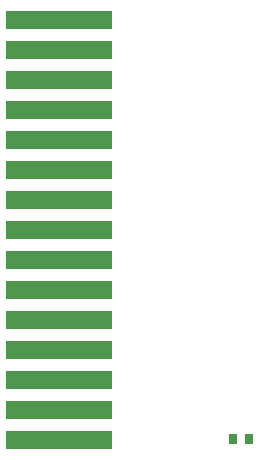
<source format=gtp>
G04 Layer: TopPasteMaskLayer*
G04 EasyEDA v6.5.22, 2023-04-21 14:11:52*
G04 6639ec0bfd30429d8febbb54714beaf6,0d2cea57a9a8422ebbcee2df73fbc454,10*
G04 Gerber Generator version 0.2*
G04 Scale: 100 percent, Rotated: No, Reflected: No *
G04 Dimensions in millimeters *
G04 leading zeros omitted , absolute positions ,4 integer and 5 decimal *
%FSLAX45Y45*%
%MOMM*%

%ADD10R,0.8000X0.9000*%
%ADD11R,9.0000X1.5240*%

%LPD*%
D10*
G01*
X2190597Y1600200D03*
G01*
X2330602Y1600200D03*
D11*
G01*
X723900Y5143500D03*
G01*
X723900Y4889500D03*
G01*
X723900Y4635500D03*
G01*
X723900Y4381500D03*
G01*
X723900Y4127500D03*
G01*
X723900Y3873500D03*
G01*
X723900Y3619500D03*
G01*
X723900Y3365500D03*
G01*
X723900Y3111500D03*
G01*
X723900Y2857500D03*
G01*
X723900Y2603500D03*
G01*
X723900Y2349500D03*
G01*
X723900Y2095500D03*
G01*
X723900Y1841500D03*
G01*
X723900Y1587500D03*
M02*

</source>
